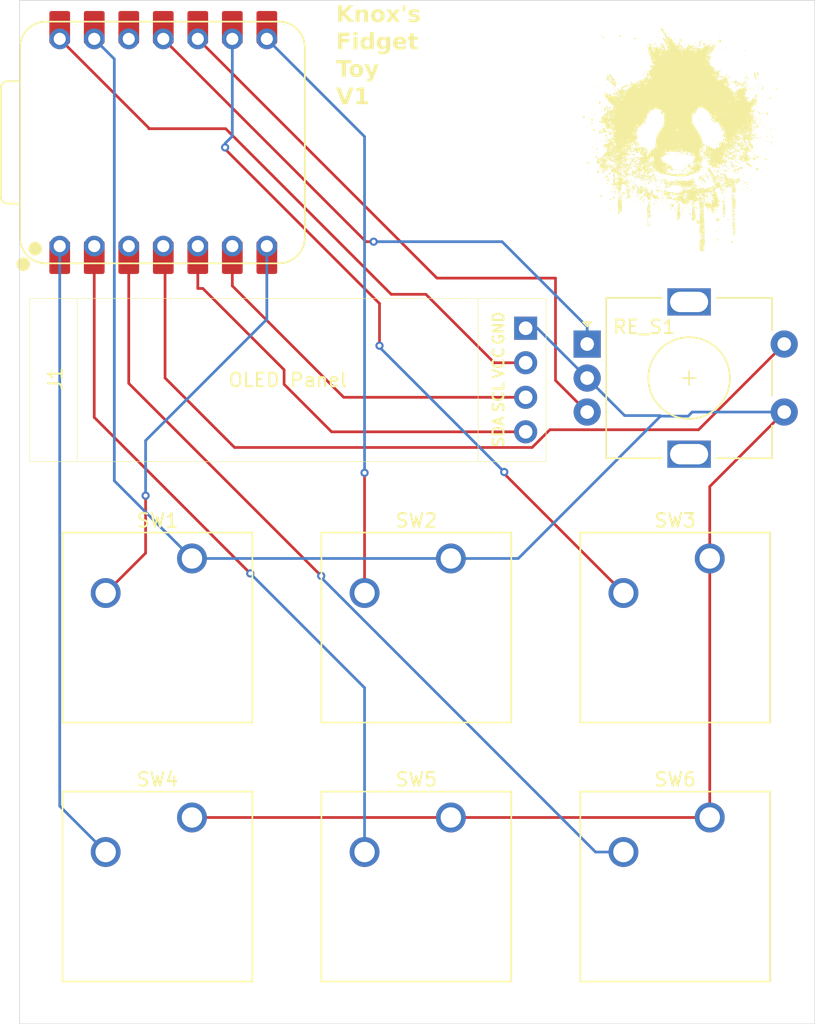
<source format=kicad_pcb>
(kicad_pcb (version 20241229) (generator "pcbnew") (generator_version "9.0")
  (layers (0 "F.Cu" signal) (2 "B.Cu" signal) (13 "F.Paste" user) (15 "B.Paste" user) (5 "F.SilkS" user "F.Silkscreen") (7 "B.SilkS" user "B.Silkscreen") (1 "F.Mask" user) (3 "B.Mask" user) (25 "Edge.Cuts" user))
  (net 0 "")
  (net 1 "GND")
  (net 2 "SDA")
  (net 3 "SCL")
  (net 4 "+5V")
  (net 5 "R_A")
  (net 6 "R_ESW")
  (net 7 "R_B")
  (net 8 "SW_1")
  (net 9 "SW_2")
  (net 10 "SW_3")
  (net 11 "SW_4")
  (net 12 "SW_5")
  (net 13 "SW_6")
  (footprint "OLED DISPLAY:SSD1306-0.91-OLED-4pin-128x32" (layer "F.Cu") (at 88.225 109.145)
    (property "Reference" "J1" (at 1.9 5.91 90) (layer "F.SilkS"))
    (property "Value" "OLED DISPLAY" (hide yes))
    (fp_text user "OLED Panel" (at 19 6 0) (layer "F.SilkS"))
    (fp_text user "SDA" (at 34.5 9.81 270) (layer "F.SilkS") (effects (font (size 0.8 0.8))))
    (fp_text user "VCC" (at 34.5 4.73 270) (layer "F.SilkS") (effects (font (size 0.8 0.8))))
    (fp_text user "SCL" (at 34.5 7.27 270) (layer "F.SilkS") (effects (font (size 0.8 0.8))))
    (fp_text user "GND" (at 34.5 2.19 270) (layer "F.SilkS") (effects (font (size 0.8 0.8))))
    (pad "1" thru_hole rect (at 36.5 2.19) (size 1.7 1.7) (drill 1) (layers "*.Cu" "*.Mask") (net 1 "GND"))
    (pad "2" thru_hole oval (at 36.5 4.73) (size 1.7 1.7) (drill 1) (layers "*.Cu" "*.Mask") (net 4 "+5V"))
    (pad "3" thru_hole oval (at 36.5 7.27) (size 1.7 1.7) (drill 1) (layers "*.Cu" "*.Mask") (net 3 "SCL"))
    (pad "4" thru_hole oval (at 36.5 9.81) (size 1.7 1.7) (drill 1) (layers "*.Cu" "*.Mask") (net 2 "SDA"))
  )
  (footprint "Button_Switch_Keyboard:SW_Cherry_MX_1.00u_PCB" (layer "F.Cu") (at 100.17125 147.32)
    (property "Reference" "SW4" (at -2.54 -2.794 0) (layer "F.SilkS"))
    (property "Value" "SW_Push")
    (pad "" np_thru_hole circle (at -7.62 5.08) (size 1.7 1.7) (drill 1.7) (layers "*.Cu" "*.Mask"))
    (pad "" np_thru_hole circle (at -2.54 5.08) (size 4 4) (drill 4) (layers "*.Cu" "*.Mask"))
    (pad "" np_thru_hole circle (at 2.54 5.08) (size 1.7 1.7) (drill 1.7) (layers "*.Cu" "*.Mask"))
    (pad "1" thru_hole circle (at 0 0) (size 2.2 2.2) (drill 1.5) (layers "*.Cu" "*.Mask") (net 1 "GND"))
    (pad "2" thru_hole circle (at -6.35 2.54) (size 2.2 2.2) (drill 1.5) (layers "*.Cu" "*.Mask") (net 11 "SW_4"))
  )
  (footprint "Button_Switch_Keyboard:SW_Cherry_MX_1.00u_PCB" (layer "F.Cu") (at 119.22125 128.27)
    (property "Reference" "SW2" (at -2.54 -2.794 0) (layer "F.SilkS"))
    (property "Value" "SW_Push")
    (pad "" np_thru_hole circle (at -7.62 5.08) (size 1.7 1.7) (drill 1.7) (layers "*.Cu" "*.Mask"))
    (pad "" np_thru_hole circle (at -2.54 5.08) (size 4 4) (drill 4) (layers "*.Cu" "*.Mask"))
    (pad "" np_thru_hole circle (at 2.54 5.08) (size 1.7 1.7) (drill 1.7) (layers "*.Cu" "*.Mask"))
    (pad "1" thru_hole circle (at 0 0) (size 2.2 2.2) (drill 1.5) (layers "*.Cu" "*.Mask") (net 1 "GND"))
    (pad "2" thru_hole circle (at -6.35 2.54) (size 2.2 2.2) (drill 1.5) (layers "*.Cu" "*.Mask") (net 9 "SW_2"))
  )
  (footprint "Button_Switch_Keyboard:SW_Cherry_MX_1.00u_PCB" (layer "F.Cu") (at 138.27125 147.32)
    (property "Reference" "SW6" (at -2.54 -2.794 0) (layer "F.SilkS"))
    (property "Value" "SW_Push")
    (pad "" np_thru_hole circle (at -7.62 5.08) (size 1.7 1.7) (drill 1.7) (layers "*.Cu" "*.Mask"))
    (pad "" np_thru_hole circle (at -2.54 5.08) (size 4 4) (drill 4) (layers "*.Cu" "*.Mask"))
    (pad "" np_thru_hole circle (at 2.54 5.08) (size 1.7 1.7) (drill 1.7) (layers "*.Cu" "*.Mask"))
    (pad "1" thru_hole circle (at 0 0) (size 2.2 2.2) (drill 1.5) (layers "*.Cu" "*.Mask") (net 1 "GND"))
    (pad "2" thru_hole circle (at -6.35 2.54) (size 2.2 2.2) (drill 1.5) (layers "*.Cu" "*.Mask") (net 13 "SW_6"))
  )
  (footprint "Button_Switch_Keyboard:SW_Cherry_MX_1.00u_PCB" (layer "F.Cu") (at 100.17125 128.27)
    (property "Reference" "SW1" (at -2.54 -2.794 0) (layer "F.SilkS"))
    (property "Value" "SW_Push")
    (pad "" np_thru_hole circle (at -7.62 5.08) (size 1.7 1.7) (drill 1.7) (layers "*.Cu" "*.Mask"))
    (pad "" np_thru_hole circle (at -2.54 5.08) (size 4 4) (drill 4) (layers "*.Cu" "*.Mask"))
    (pad "" np_thru_hole circle (at 2.54 5.08) (size 1.7 1.7) (drill 1.7) (layers "*.Cu" "*.Mask"))
    (pad "1" thru_hole circle (at 0 0) (size 2.2 2.2) (drill 1.5) (layers "*.Cu" "*.Mask") (net 1 "GND"))
    (pad "2" thru_hole circle (at -6.35 2.54) (size 2.2 2.2) (drill 1.5) (layers "*.Cu" "*.Mask") (net 8 "SW_1"))
  )
  (footprint "ROtary enc:RotaryEncoder_Alps_EC11E-Switch_Vertical_H20mm" (layer "F.Cu") (at 129.25 112.5)
    (property "Reference" "RE_S1" (at 4.2 -1.26 0) (layer "F.SilkS"))
    (property "Value" "RotaryEncoder_Switch" (hide yes))
    (pad "A" thru_hole rect (at 0 0) (size 2 2) (drill 1) (layers "*.Cu" "*.Mask") (net 5 "R_A"))
    (pad "B" thru_hole circle (at 0 5) (size 2 2) (drill 1) (layers "*.Cu" "*.Mask") (net 7 "R_B"))
    (pad "C" thru_hole circle (at 0 2.5) (size 2 2) (drill 1) (layers "*.Cu" "*.Mask") (net 1 "GND"))
    (pad "MP" thru_hole rect (at 7.5 -3.1) (size 3.2 2) (drill oval 2.8 1.5) (layers "*.Cu" "*.Mask"))
    (pad "MP" thru_hole rect (at 7.5 8.1) (size 3.2 2) (drill oval 2.8 1.5) (layers "*.Cu" "*.Mask"))
    (pad "S1" thru_hole circle (at 14.5 5) (size 2 2) (drill 1) (layers "*.Cu" "*.Mask") (net 1 "GND"))
    (pad "S2" thru_hole circle (at 14.5 0) (size 2 2) (drill 1) (layers "*.Cu" "*.Mask") (net 6 "R_ESW"))
  )
  (footprint "Pictures:Panda_negative4" (layer "F.Cu") (at 136 97)
    (property "Reference" "G***" (hide yes))
    (property "Value" "LOGO" (hide yes))
  )
  (footprint "Button_Switch_Keyboard:SW_Cherry_MX_1.00u_PCB" (layer "F.Cu") (at 119.22125 147.32)
    (property "Reference" "SW5" (at -2.54 -2.794 0) (layer "F.SilkS"))
    (property "Value" "SW_Push")
    (pad "" np_thru_hole circle (at -7.62 5.08) (size 1.7 1.7) (drill 1.7) (layers "*.Cu" "*.Mask"))
    (pad "" np_thru_hole circle (at -2.54 5.08) (size 4 4) (drill 4) (layers "*.Cu" "*.Mask"))
    (pad "" np_thru_hole circle (at 2.54 5.08) (size 1.7 1.7) (drill 1.7) (layers "*.Cu" "*.Mask"))
    (pad "1" thru_hole circle (at 0 0) (size 2.2 2.2) (drill 1.5) (layers "*.Cu" "*.Mask") (net 1 "GND"))
    (pad "2" thru_hole circle (at -6.35 2.54) (size 2.2 2.2) (drill 1.5) (layers "*.Cu" "*.Mask") (net 12 "SW_5"))
  )
  (footprint "Button_Switch_Keyboard:SW_Cherry_MX_1.00u_PCB" (layer "F.Cu") (at 138.27125 128.27)
    (property "Reference" "SW3" (at -2.54 -2.794 0) (layer "F.SilkS"))
    (property "Value" "SW_Push")
    (pad "" np_thru_hole circle (at -7.62 5.08) (size 1.7 1.7) (drill 1.7) (layers "*.Cu" "*.Mask"))
    (pad "" np_thru_hole circle (at -2.54 5.08) (size 4 4) (drill 4) (layers "*.Cu" "*.Mask"))
    (pad "" np_thru_hole circle (at 2.54 5.08) (size 1.7 1.7) (drill 1.7) (layers "*.Cu" "*.Mask"))
    (pad "1" thru_hole circle (at 0 0) (size 2.2 2.2) (drill 1.5) (layers "*.Cu" "*.Mask") (net 1 "GND"))
    (pad "2" thru_hole circle (at -6.35 2.54) (size 2.2 2.2) (drill 1.5) (layers "*.Cu" "*.Mask") (net 10 "SW_3"))
  )
  (footprint "OPL lib:XIAO-RP2040-DIP" (layer "F.Cu") (at 98.06 97.675 90)
    (property "Reference" "U1" (hide yes))
    (property "Value" "XIAO-RP2040-DIP")
    (pad "1" smd roundrect (at -8.455 -7.62 270) (size 2.432 1.524) (layers "F.Cu" "F.Mask") (roundrect_rratio 0.1) (net 11 "SW_4"))
    (pad "1" thru_hole circle (at -7.62 -7.62 270) (size 1.524 1.524) (drill 0.889) (layers "*.Cu" "*.Mask") (net 11 "SW_4"))
    (pad "2" smd roundrect (at -8.455 -5.08 270) (size 2.432 1.524) (layers "F.Cu" "F.Mask") (roundrect_rratio 0.1) (net 12 "SW_5"))
    (pad "2" thru_hole circle (at -7.62 -5.08 270) (size 1.524 1.524) (drill 0.889) (layers "*.Cu" "*.Mask") (net 12 "SW_5"))
    (pad "3" smd roundrect (at -8.455 -2.54 270) (size 2.432 1.524) (layers "F.Cu" "F.Mask") (roundrect_rratio 0.1) (net 13 "SW_6"))
    (pad "3" thru_hole circle (at -7.62 -2.54 270) (size 1.524 1.524) (drill 0.889) (layers "*.Cu" "*.Mask") (net 13 "SW_6"))
    (pad "4" smd roundrect (at -8.455 0 270) (size 2.432 1.524) (layers "F.Cu" "F.Mask") (roundrect_rratio 0.1) (net 6 "R_ESW"))
    (pad "4" thru_hole circle (at -7.62 0 270) (size 1.524 1.524) (drill 0.889) (layers "*.Cu" "*.Mask") (net 6 "R_ESW"))
    (pad "5" smd roundrect (at -8.455 2.54 270) (size 2.432 1.524) (layers "F.Cu" "F.Mask") (roundrect_rratio 0.1) (net 2 "SDA"))
    (pad "5" thru_hole circle (at -7.62 2.54 270) (size 1.524 1.524) (drill 0.889) (layers "*.Cu" "*.Mask") (net 2 "SDA"))
    (pad "6" smd roundrect (at -8.455 5.08 270) (size 2.432 1.524) (layers "F.Cu" "F.Mask") (roundrect_rratio 0.1) (net 3 "SCL"))
    (pad "6" thru_hole circle (at -7.62 5.08 270) (size 1.524 1.524) (drill 0.889) (layers "*.Cu" "*.Mask") (net 3 "SCL"))
    (pad "7" smd roundrect (at -8.455 7.62 270) (size 2.432 1.524) (layers "F.Cu" "F.Mask") (roundrect_rratio 0.1) (net 8 "SW_1"))
    (pad "7" thru_hole circle (at -7.62 7.62 270) (size 1.524 1.524) (drill 0.889) (layers "*.Cu" "*.Mask") (net 8 "SW_1"))
    (pad "8" thru_hole circle (at 7.62 7.62 90) (size 1.524 1.524) (drill 0.889) (layers "*.Cu" "*.Mask") (net 9 "SW_2"))
    (pad "8" smd roundrect (at 8.455 7.62 90) (size 2.432 1.524) (layers "F.Cu" "F.Mask") (roundrect_rratio 0.1) (net 9 "SW_2"))
    (pad "9" thru_hole circle (at 7.62 5.08 90) (size 1.524 1.524) (drill 0.889) (layers "*.Cu" "*.Mask") (net 10 "SW_3"))
    (pad "9" smd roundrect (at 8.455 5.08 90) (size 2.432 1.524) (layers "F.Cu" "F.Mask") (roundrect_rratio 0.1) (net 10 "SW_3"))
    (pad "10" thru_hole circle (at 7.62 2.54 90) (size 1.524 1.524) (drill 0.889) (layers "*.Cu" "*.Mask") (net 7 "R_B"))
    (pad "10" smd roundrect (at 8.455 2.54 90) (size 2.432 1.524) (layers "F.Cu" "F.Mask") (roundrect_rratio 0.1) (net 7 "R_B"))
    (pad "11" thru_hole circle (at 7.62 0 90) (size 1.524 1.524) (drill 0.889) (layers "*.Cu" "*.Mask") (net 5 "R_A"))
    (pad "11" smd roundrect (at 8.455 0 90) (size 2.432 1.524) (layers "F.Cu" "F.Mask") (roundrect_rratio 0.1) (net 5 "R_A"))
    (pad "12" thru_hole circle (at 7.62 -2.54 90) (size 1.524 1.524) (drill 0.889) (layers "*.Cu" "*.Mask"))
    (pad "12" smd roundrect (at 8.455 -2.54 90) (size 2.432 1.524) (layers "F.Cu" "F.Mask") (roundrect_rratio 0.1))
    (pad "13" thru_hole circle (at 7.62 -5.08 90) (size 1.524 1.524) (drill 0.889) (layers "*.Cu" "*.Mask") (net 1 "GND"))
    (pad "13" smd roundrect (at 8.455 -5.08 90) (size 2.432 1.524) (layers "F.Cu" "F.Mask") (roundrect_rratio 0.1) (net 1 "GND"))
    (pad "14" thru_hole circle (at 7.62 -7.62 90) (size 1.524 1.524) (drill 0.889) (layers "*.Cu" "*.Mask") (net 4 "+5V"))
    (pad "14" smd roundrect (at 8.455 -7.62 90) (size 2.432 1.524) (layers "F.Cu" "F.Mask") (roundrect_rratio 0.1) (net 4 "+5V"))
  )
  (gr_rect (start 87.48 87.22) (end 146 162.5) (stroke (width 0.05)) (fill no) (layer "Edge.Cuts"))
  (gr_text "Knox's\nFidget\nToy\nV1" (at 110.77 95.06 0) (layer "F.SilkS") (effects (font (size 1.2 1.2) (thickness 0.24) (bold yes)) (justify left bottom)))
  (segment (start 138.27125 147.32) (end 138.27125 128.27) (width 0.2) (layer "F.Cu") (net 1))
  (segment (start 138.27125 128.27) (end 138.27125 122.97875) (width 0.2) (layer "F.Cu") (net 1))
  (segment (start 119.22125 147.32) (end 138.27125 147.32) (width 0.2) (layer "F.Cu") (net 1))
  (segment (start 138.27125 122.97875) (end 143.75 117.5) (width 0.2) (layer "F.Cu") (net 1))
  (segment (start 100.17125 147.32) (end 119.22125 147.32) (width 0.2) (layer "F.Cu") (net 1))
  (segment (start 134.65 117.8) (end 134.61 117.76) (width 0.2) (layer "B.Cu") (net 1))
  (segment (start 143.75 117.5) (end 143.75 117.67) (width 0.2) (layer "B.Cu") (net 1))
  (segment (start 125.585 111.335) (end 124.725 111.335) (width 0.2) (layer "B.Cu") (net 1))
  (segment (start 136.98 117.5) (end 143.75 117.5) (width 0.2) (layer "B.Cu") (net 1))
  (segment (start 132.01 117.76) (end 129.25 115) (width 0.2) (layer "B.Cu") (net 1))
  (segment (start 143.75 117.67) (end 143.93 117.85) (width 0.2) (layer "B.Cu") (net 1))
  (segment (start 100.17125 128.27) (end 94.457 122.55575) (width 0.2) (layer "B.Cu") (net 1))
  (segment (start 134.61 117.76) (end 132.01 117.76) (width 0.2) (layer "B.Cu") (net 1))
  (segment (start 94.457 122.55575) (end 94.457 91.532) (width 0.2) (layer "B.Cu") (net 1))
  (segment (start 124.18 128.27) (end 134.65 117.8) (width 0.2) (layer "B.Cu") (net 1))
  (segment (start 94.457 91.532) (end 92.98 90.055) (width 0.2) (layer "B.Cu") (net 1))
  (segment (start 100.17125 128.27) (end 119.22125 128.27) (width 0.2) (layer "B.Cu") (net 1))
  (segment (start 119.22125 128.27) (end 124.18 128.27) (width 0.2) (layer "B.Cu") (net 1))
  (segment (start 129.25 115) (end 125.585 111.335) (width 0.2) (layer "B.Cu") (net 1))
  (segment (start 136.68 117.8) (end 136.98 117.5) (width 0.2) (layer "B.Cu") (net 1))
  (segment (start 134.65 117.8) (end 136.68 117.8) (width 0.2) (layer "B.Cu") (net 1))
  (segment (start 106.95 114.39) (end 100.97 108.41) (width 0.2) (layer "F.Cu") (net 2))
  (segment (start 100.97 108.41) (end 100.6 108.41) (width 0.2) (layer "F.Cu") (net 2))
  (segment (start 124.725 118.955) (end 110.445 118.955) (width 0.2) (layer "F.Cu") (net 2))
  (segment (start 110.445 118.955) (end 106.95 115.46) (width 0.2) (layer "F.Cu") (net 2))
  (segment (start 106.95 115.46) (end 106.95 114.39) (width 0.2) (layer "F.Cu") (net 2))
  (segment (start 100.6 108.41) (end 100.6 105.295) (width 0.2) (layer "F.Cu") (net 2))
  (segment (start 103.14 108.22) (end 103.14 105.295) (width 0.2) (layer "F.Cu") (net 3))
  (segment (start 111.335 116.415) (end 103.14 108.22) (width 0.2) (layer "F.Cu") (net 3))
  (segment (start 124.725 116.415) (end 111.335 116.415) (width 0.2) (layer "F.Cu") (net 3))
  (segment (start 97 96.615) (end 90.44 90.055) (width 0.2) (layer "F.Cu") (net 4))
  (segment (start 122.415 113.875) (end 117.38 108.84) (width 0.2) (layer "F.Cu") (net 4))
  (segment (start 124.725 113.875) (end 122.415 113.875) (width 0.2) (layer "F.Cu") (net 4))
  (segment (start 102.65 96.66) (end 97 96.66) (width 0.2) (layer "F.Cu") (net 4))
  (segment (start 114.83 108.84) (end 102.65 96.66) (width 0.2) (layer "F.Cu") (net 4))
  (segment (start 117.38 108.84) (end 114.83 108.84) (width 0.2) (layer "F.Cu") (net 4))
  (segment (start 97 96.66) (end 97 96.615) (width 0.2) (layer "F.Cu") (net 4))
  (segment (start 112.975 104.97) (end 98.06 90.055) (width 0.2) (layer "F.Cu") (net 5))
  (segment (start 113.54 104.97) (end 112.975 104.97) (width 0.2) (layer "F.Cu") (net 5))
  (via (at 113.54 104.97) (size 0.6) (drill 0.3) (layers "F.Cu" "B.Cu") (net 5))
  (segment (start 122.99 104.97) (end 113.54 104.97) (width 0.2) (layer "B.Cu") (net 5))
  (segment (start 125.67 107.65) (end 122.99 104.97) (width 0.2) (layer "B.Cu") (net 5))
  (segment (start 129.25 112.5) (end 129.25 111.23) (width 0.2) (layer "B.Cu") (net 5))
  (segment (start 129.25 111.23) (end 125.67 107.65) (width 0.2) (layer "B.Cu") (net 5))
  (segment (start 98.19 105.425) (end 98.06 105.295) (width 0.2) (layer "F.Cu") (net 6))
  (segment (start 137.449 118.801) (end 126.50676 118.801) (width 0.2) (layer "F.Cu") (net 6))
  (segment (start 126.50676 118.801) (end 125.20176 120.106) (width 0.2) (layer "F.Cu") (net 6))
  (segment (start 125.20176 120.106) (end 103.306 120.106) (width 0.2) (layer "F.Cu") (net 6))
  (segment (start 98.19 114.99) (end 98.19 105.425) (width 0.2) (layer "F.Cu") (net 6))
  (segment (start 103.306 120.106) (end 98.19 114.99) (width 0.2) (layer "F.Cu") (net 6))
  (segment (start 143.75 112.5) (end 137.449 118.801) (width 0.2) (layer "F.Cu") (net 6))
  (segment (start 118.195 107.65) (end 100.6 90.055) (width 0.2) (layer "F.Cu") (net 7))
  (segment (start 126.92 107.65) (end 118.195 107.65) (width 0.2) (layer "F.Cu") (net 7))
  (segment (start 126.92 115.17) (end 126.92 107.65) (width 0.2) (layer "F.Cu") (net 7))
  (segment (start 129.25 117.5) (end 126.92 115.17) (width 0.2) (layer "F.Cu") (net 7))
  (segment (start 93.82125 130.81) (end 96.76 127.87125) (width 0.2) (layer "F.Cu") (net 8))
  (segment (start 96.76 127.87125) (end 96.76 123.65) (width 0.2) (layer "F.Cu") (net 8))
  (via (at 96.76 123.65) (size 0.6) (drill 0.3) (layers "F.Cu" "B.Cu") (net 8))
  (segment (start 105.68 110.68) (end 105.68 105.295) (width 0.2) (layer "B.Cu") (net 8))
  (segment (start 96.76 119.6) (end 105.68 110.68) (width 0.2) (layer "B.Cu") (net 8))
  (segment (start 96.76 123.65) (end 96.76 119.6) (width 0.2) (layer "B.Cu") (net 8))
  (segment (start 112.87125 130.81) (end 112.87125 121.97125) (width 0.2) (layer "F.Cu") (net 9))
  (segment (start 112.87125 121.97125) (end 112.87 121.97) (width 0.2) (layer "F.Cu") (net 9))
  (via (at 112.87 121.97) (size 0.6) (drill 0.3) (layers "F.Cu" "B.Cu") (net 9))
  (segment (start 112.87 97.245) (end 105.68 90.055) (width 0.2) (layer "B.Cu") (net 9))
  (segment (start 112.87 121.97) (end 112.87 97.245) (width 0.2) (layer "B.Cu") (net 9))
  (segment (start 113.97 112.62) (end 113.97 109.54) (width 0.2) (layer "F.Cu") (net 10))
  (segment (start 131.92125 130.81) (end 123.15 122.03875) (width 0.2) (layer "F.Cu") (net 10))
  (segment (start 102.61 98.16) (end 102.61 98.04) (width 0.2) (layer "F.Cu") (net 10))
  (segment (start 113.97 109.54) (end 113.98 109.53) (width 0.2) (layer "F.Cu") (net 10))
  (segment (start 113.98 109.53) (end 102.61 98.16) (width 0.2) (layer "F.Cu") (net 10))
  (segment (start 123.15 122.03875) (end 123.15 121.91) (width 0.2) (layer "F.Cu") (net 10))
  (via (at 102.61 98.04) (size 0.6) (drill 0.3) (layers "F.Cu" "B.Cu") (net 10))
  (via (at 123.15 121.91) (size 0.6) (drill 0.3) (layers "F.Cu" "B.Cu") (net 10))
  (via (at 113.97 112.62) (size 0.6) (drill 0.3) (layers "F.Cu" "B.Cu") (net 10))
  (segment (start 102.61 98.04) (end 102.61 97.74) (width 0.2) (layer "B.Cu") (net 10))
  (segment (start 113.97 112.73) (end 113.97 112.62) (width 0.2) (layer "B.Cu") (net 10))
  (segment (start 123.15 121.91) (end 113.97 112.73) (width 0.2) (layer "B.Cu") (net 10))
  (segment (start 103.14 97.21) (end 103.14 90.055) (width 0.2) (layer "B.Cu") (net 10))
  (segment (start 102.61 97.74) (end 103.14 97.21) (width 0.2) (layer "B.Cu") (net 10))
  (segment (start 90.44 146.47875) (end 90.44 105.295) (width 0.2) (layer "B.Cu") (net 11))
  (segment (start 93.82125 149.86) (end 90.44 146.47875) (width 0.2) (layer "B.Cu") (net 11))
  (segment (start 92.98 117.89) (end 92.98 105.295) (width 0.2) (layer "F.Cu") (net 12))
  (segment (start 104.46 129.37) (end 92.98 117.89) (width 0.2) (layer "F.Cu") (net 12))
  (via (at 104.46 129.37) (size 0.6) (drill 0.3) (layers "F.Cu" "B.Cu") (net 12))
  (segment (start 112.87125 137.78125) (end 104.46 129.37) (width 0.2) (layer "B.Cu") (net 12))
  (segment (start 112.87125 149.86) (end 112.87125 137.78125) (width 0.2) (layer "B.Cu") (net 12))
  (segment (start 95.52 115.39) (end 95.52 105.295) (width 0.2) (layer "F.Cu") (net 13))
  (segment (start 109.68 129.55) (end 95.52 115.39) (width 0.2) (layer "F.Cu") (net 13))
  (via (at 109.68 129.55) (size 0.6) (drill 0.3) (layers "F.Cu" "B.Cu") (net 13))
  (segment (start 129.866434 149.86) (end 109.68 129.673566) (width 0.2) (layer "B.Cu") (net 13))
  (segment (start 131.92125 149.86) (end 129.866434 149.86) (width 0.2) (layer "B.Cu") (net 13))
  (segment (start 109.68 129.673566) (end 109.68 129.55) (width 0.2) (layer "B.Cu") (net 13))
)
</source>
